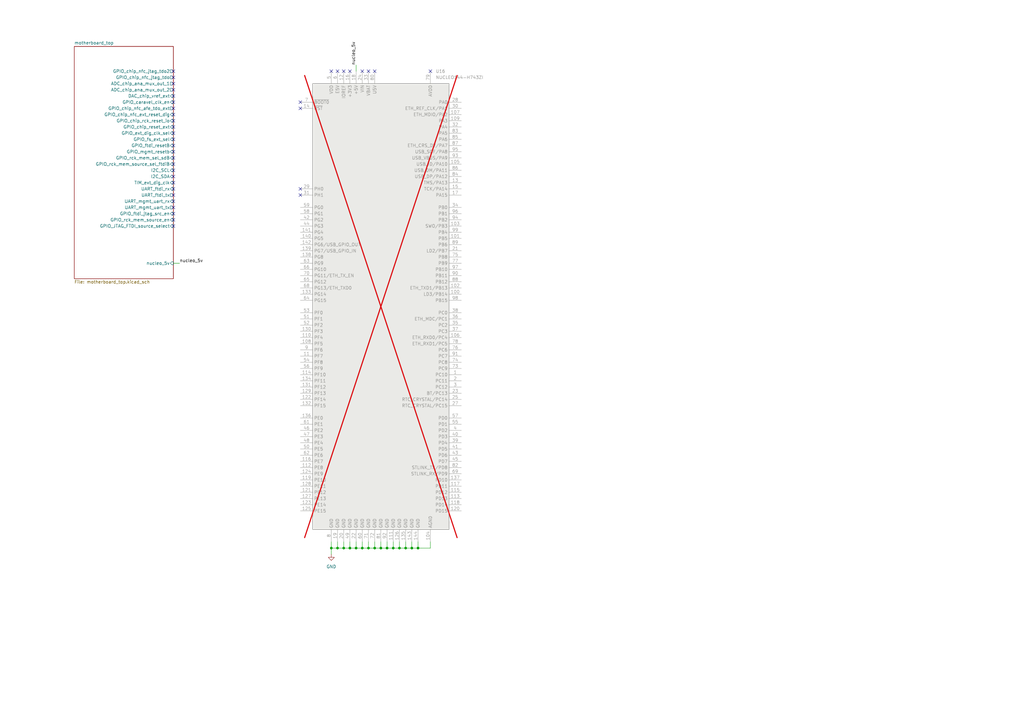
<source format=kicad_sch>
(kicad_sch (version 20250114) (generator "eeschema") (generator_version "9.0")
  (paper "A3")
  (lib_symbols
    (symbol "MCU_Module:NUCLEO144-H743ZI"
      (property "Reference" "U" (at -22.86 94.615 0))
      (property "Value" "NUCLEO144-H743ZI" (at -22.86 92.71 0))
      (symbol "NUCLEO144-H743ZI_0_1"
        (rectangle (start -27.94 -91.44) (end 27.94 91.44) (stroke (width 0.254)) (fill (type background)))
      )
      (symbol "NUCLEO144-H743ZI_1_1"
        (pin input line (at -33.02 83.82 0) (length 5.08) (name "~{BOOT0}") (number "7"))
        (pin input line (at -33.02 81.28 0) (length 5.08) (name "~{RST}") (number "14"))
        (pin bidirectional line (at -33.02 48.26 0) (length 5.08) (name "PH0") (number "29"))
        (pin bidirectional line (at -33.02 45.72 0) (length 5.08) (name "PH1") (number "31"))
        (pin bidirectional line (at -33.02 40.64 0) (length 5.08) (name "PG0") (number "59"))
        (pin bidirectional line (at -33.02 38.1 0) (length 5.08) (name "PG1") (number "58"))
        (pin bidirectional line (at -33.02 35.56 0) (length 5.08) (name "PG2") (number "42"))
        (pin bidirectional line (at -33.02 33.02 0) (length 5.08) (name "PG3") (number "44"))
        (pin bidirectional line (at -33.02 30.48 0) (length 5.08) (name "PG4") (number "141"))
        (pin bidirectional line (at -33.02 27.94 0) (length 5.08) (name "PG5") (number "140"))
        (pin bidirectional line (at -33.02 25.4 0) (length 5.08) (name "PG6/USB_GPIO_OUT") (number "142"))
        (pin bidirectional line (at -33.02 22.86 0) (length 5.08) (name "PG7/USB_GPIO_IN") (number "139"))
        (pin bidirectional line (at -33.02 20.32 0) (length 5.08) (name "PG8") (number "138"))
        (pin bidirectional line (at -33.02 17.78 0) (length 5.08) (name "PG9") (number "63"))
        (pin bidirectional line (at -33.02 15.24 0) (length 5.08) (name "PG10") (number "66"))
        (pin bidirectional line (at -33.02 12.7 0) (length 5.08) (name "PG11/ETH_TX_EN") (number "70"))
        (pin bidirectional line (at -33.02 10.16 0) (length 5.08) (name "PG12") (number "65"))
        (pin bidirectional line (at -33.02 7.62 0) (length 5.08) (name "PG13/ETH_TXD0") (number "68"))
        (pin bidirectional line (at -33.02 5.08 0) (length 5.08) (name "PG14") (number "133"))
        (pin bidirectional line (at -33.02 2.54 0) (length 5.08) (name "PG15") (number "64"))
        (pin bidirectional line (at -33.02 -2.54 0) (length 5.08) (name "PF0") (number "53"))
        (pin bidirectional line (at -33.02 -5.08 0) (length 5.08) (name "PF1") (number "51"))
        (pin bidirectional line (at -33.02 -7.62 0) (length 5.08) (name "PF2") (number "52"))
        (pin bidirectional line (at -33.02 -10.16 0) (length 5.08) (name "PF3") (number "130"))
        (pin bidirectional line (at -33.02 -12.7 0) (length 5.08) (name "PF4") (number "110"))
        (pin bidirectional line (at -33.02 -15.24 0) (length 5.08) (name "PF5") (number "108"))
        (pin bidirectional line (at -33.02 -17.78 0) (length 5.08) (name "PF6") (number "9"))
        (pin bidirectional line (at -33.02 -20.32 0) (length 5.08) (name "PF7") (number "11"))
        (pin bidirectional line (at -33.02 -22.86 0) (length 5.08) (name "PF8") (number "54"))
        (pin bidirectional line (at -33.02 -25.4 0) (length 5.08) (name "PF9") (number "56"))
        (pin bidirectional line (at -33.02 -27.94 0) (length 5.08) (name "PF10") (number "114"))
        (pin bidirectional line (at -33.02 -30.48 0) (length 5.08) (name "PF11") (number "134"))
        (pin bidirectional line (at -33.02 -33.02 0) (length 5.08) (name "PF12") (number "131"))
        (pin bidirectional line (at -33.02 -35.56 0) (length 5.08) (name "PF13") (number "129"))
        (pin bidirectional line (at -33.02 -38.1 0) (length 5.08) (name "PF14") (number "122"))
        (pin bidirectional line (at -33.02 -40.64 0) (length 5.08) (name "PF15") (number "132"))
        (pin bidirectional line (at -33.02 -45.72 0) (length 5.08) (name "PE0") (number "136"))
        (pin bidirectional line (at -33.02 -48.26 0) (length 5.08) (name "PE1") (number "61"))
        (pin bidirectional line (at -33.02 -50.8 0) (length 5.08) (name "PE2") (number "46"))
        (pin bidirectional line (at -33.02 -53.34 0) (length 5.08) (name "PE3") (number "47"))
        (pin bidirectional line (at -33.02 -55.88 0) (length 5.08) (name "PE4") (number "48"))
        (pin bidirectional line (at -33.02 -58.42 0) (length 5.08) (name "PE5") (number "50"))
        (pin bidirectional line (at -33.02 -60.96 0) (length 5.08) (name "PE6") (number "62"))
        (pin bidirectional line (at -33.02 -63.5 0) (length 5.08) (name "PE7") (number "116"))
        (pin bidirectional line (at -33.02 -66.04 0) (length 5.08) (name "PE8") (number "112"))
        (pin bidirectional line (at -33.02 -68.58 0) (length 5.08) (name "PE9") (number "124"))
        (pin bidirectional line (at -33.02 -71.12 0) (length 5.08) (name "PE10") (number "119"))
        (pin bidirectional line (at -33.02 -73.66 0) (length 5.08) (name "PE11") (number "128"))
        (pin bidirectional line (at -33.02 -76.2 0) (length 5.08) (name "PE12") (number "121"))
        (pin bidirectional line (at -33.02 -78.74 0) (length 5.08) (name "PE13") (number "127"))
        (pin bidirectional line (at -33.02 -81.28 0) (length 5.08) (name "PE14") (number "123"))
        (pin bidirectional line (at -33.02 -83.82 0) (length 5.08) (name "PE15") (number "125"))
        (pin no_connect line (at -27.94 58.42 0) (length 5.08) (hide yes) (name "NC") (number "26"))
        (pin no_connect line (at -27.94 55.88 0) (length 5.08) (hide yes) (name "NC") (number "10"))
        (pin no_connect line (at -27.94 53.34 0) (length 5.08) (hide yes) (name "NC") (number "67"))
        (pin power_in line (at -20.32 96.52 270) (length 5.08) (name "VDD") (number "5"))
        (pin power_in line (at -20.32 -96.52 90) (length 5.08) (name "GND") (number "8"))
        (pin power_in line (at -17.78 96.52 270) (length 5.08) (name "E5V") (number "6"))
        (pin power_in line (at -17.78 -96.52 90) (length 5.08) (name "GND") (number "19"))
        (pin power_in line (at -15.24 96.52 270) (length 5.08) (name "IOREF") (number "12"))
        (pin power_in line (at -15.24 -96.52 90) (length 5.08) (name "GND") (number "20"))
        (pin power_in line (at -12.7 96.52 270) (length 5.08) (name "+3V3") (number "16"))
        (pin power_in line (at -12.7 -96.52 90) (length 5.08) (name "GND") (number "49"))
        (pin power_in line (at -10.16 96.52 270) (length 5.08) (name "+5V") (number "18"))
        (pin power_in line (at -10.16 -96.52 90) (length 5.08) (name "GND") (number "22"))
        (pin power_in line (at -7.62 96.52 270) (length 5.08) (name "VIN") (number "24"))
        (pin power_in line (at -7.62 -96.52 90) (length 5.08) (name "GND") (number "60"))
        (pin power_in line (at -5.08 96.52 270) (length 5.08) (name "VBAT") (number "33"))
        (pin power_in line (at -5.08 -96.52 90) (length 5.08) (name "GND") (number "71"))
        (pin power_in line (at -2.54 96.52 270) (length 5.08) (name "U5V") (number "80"))
        (pin power_in line (at -2.54 -96.52 90) (length 5.08) (name "GND") (number "72"))
        (pin power_in line (at 0 -96.52 90) (length 5.08) (name "GND") (number "81"))
        (pin power_in line (at 2.54 -96.52 90) (length 5.08) (name "GND") (number "92"))
        (pin power_in line (at 5.08 -96.52 90) (length 5.08) (name "GND") (number "111"))
        (pin power_in line (at 7.62 -96.52 90) (length 5.08) (name "GND") (number "126"))
        (pin power_in line (at 10.16 -96.52 90) (length 5.08) (name "GND") (number "135"))
        (pin power_in line (at 12.7 -96.52 90) (length 5.08) (name "GND") (number "143"))
        (pin power_in line (at 15.24 -96.52 90) (length 5.08) (name "GND") (number "144"))
        (pin power_in line (at 20.32 96.52 270) (length 5.08) (name "AVDD") (number "79"))
        (pin power_in line (at 20.32 -96.52 90) (length 5.08) (name "AGND") (number "104"))
        (pin bidirectional line (at 33.02 83.82 180) (length 5.08) (name "PA0") (number "28"))
        (pin bidirectional line (at 33.02 81.28 180) (length 5.08) (name "ETH_REF_CLK/PA1") (number "30"))
        (pin bidirectional line (at 33.02 78.74 180) (length 5.08) (name "ETH_MDIO/PA2") (number "107"))
        (pin bidirectional line (at 33.02 76.2 180) (length 5.08) (name "PA3") (number "109"))
        (pin bidirectional line (at 33.02 73.66 180) (length 5.08) (name "PA4") (number "32"))
        (pin bidirectional line (at 33.02 71.12 180) (length 5.08) (name "PA5") (number "83"))
        (pin bidirectional line (at 33.02 68.58 180) (length 5.08) (name "PA6") (number "85"))
        (pin bidirectional line (at 33.02 66.04 180) (length 5.08) (name "ETH_CRS_DV/PA7") (number "87"))
        (pin bidirectional line (at 33.02 63.5 180) (length 5.08) (name "USB_SOF/PA8") (number "95"))
        (pin bidirectional line (at 33.02 60.96 180) (length 5.08) (name "USB_VBUS/PA9") (number "93"))
        (pin bidirectional line (at 33.02 58.42 180) (length 5.08) (name "USB_ID/PA10") (number "105"))
        (pin bidirectional line (at 33.02 55.88 180) (length 5.08) (name "USB_DM/PA11") (number "86"))
        (pin bidirectional line (at 33.02 53.34 180) (length 5.08) (name "USB_DP/PA12") (number "84"))
        (pin bidirectional line (at 33.02 50.8 180) (length 5.08) (name "TMS/PA13") (number "13"))
        (pin bidirectional line (at 33.02 48.26 180) (length 5.08) (name "TCK/PA14") (number "15"))
        (pin bidirectional line (at 33.02 45.72 180) (length 5.08) (name "PA15") (number "17"))
        (pin bidirectional line (at 33.02 40.64 180) (length 5.08) (name "PB0") (number "34"))
        (pin bidirectional line (at 33.02 38.1 180) (length 5.08) (name "PB1") (number "96"))
        (pin bidirectional line (at 33.02 35.56 180) (length 5.08) (name "PB2") (number "94"))
        (pin bidirectional line (at 33.02 33.02 180) (length 5.08) (name "SWO/PB3") (number "103"))
        (pin bidirectional line (at 33.02 30.48 180) (length 5.08) (name "PB4") (number "99"))
        (pin bidirectional line (at 33.02 27.94 180) (length 5.08) (name "PB5") (number "101"))
        (pin bidirectional line (at 33.02 25.4 180) (length 5.08) (name "PB6") (number "89"))
        (pin bidirectional line (at 33.02 22.86 180) (length 5.08) (name "LD2/PB7") (number "21"))
        (pin bidirectional line (at 33.02 20.32 180) (length 5.08) (name "PB8") (number "75"))
        (pin bidirectional line (at 33.02 17.78 180) (length 5.08) (name "PB9") (number "77"))
        (pin bidirectional line (at 33.02 15.24 180) (length 5.08) (name "PB10") (number "97"))
        (pin bidirectional line (at 33.02 12.7 180) (length 5.08) (name "PB11") (number "90"))
        (pin bidirectional line (at 33.02 10.16 180) (length 5.08) (name "PB12") (number "88"))
        (pin bidirectional line (at 33.02 7.62 180) (length 5.08) (name "ETH_TXD1/PB13") (number "102"))
        (pin bidirectional line (at 33.02 5.08 180) (length 5.08) (name "LD3/PB14") (number "100"))
        (pin bidirectional line (at 33.02 2.54 180) (length 5.08) (name "PB15") (number "98"))
        (pin bidirectional line (at 33.02 -2.54 180) (length 5.08) (name "PC0") (number "38"))
        (pin bidirectional line (at 33.02 -5.08 180) (length 5.08) (name "ETH_MDC/PC1") (number "36"))
        (pin bidirectional line (at 33.02 -7.62 180) (length 5.08) (name "PC2") (number "35"))
        (pin bidirectional line (at 33.02 -10.16 180) (length 5.08) (name "PC3") (number "37"))
        (pin bidirectional line (at 33.02 -12.7 180) (length 5.08) (name "ETH_RXD0/PC4") (number "106"))
        (pin bidirectional line (at 33.02 -15.24 180) (length 5.08) (name "ETH_RXD1/PC5") (number "78"))
        (pin bidirectional line (at 33.02 -17.78 180) (length 5.08) (name "PC6") (number "76"))
        (pin bidirectional line (at 33.02 -20.32 180) (length 5.08) (name "PC7") (number "91"))
        (pin bidirectional line (at 33.02 -22.86 180) (length 5.08) (name "PC8") (number "74"))
        (pin bidirectional line (at 33.02 -25.4 180) (length 5.08) (name "PC9") (number "73"))
        (pin bidirectional line (at 33.02 -27.94 180) (length 5.08) (name "PC10") (number "1"))
        (pin bidirectional line (at 33.02 -30.48 180) (length 5.08) (name "PC11") (number "2"))
        (pin bidirectional line (at 33.02 -33.02 180) (length 5.08) (name "PC12") (number "3"))
        (pin bidirectional line (at 33.02 -35.56 180) (length 5.08) (name "BT/PC13") (number "23"))
        (pin bidirectional line (at 33.02 -38.1 180) (length 5.08) (name "RTC_CRYSTAL/PC14") (number "25"))
        (pin bidirectional line (at 33.02 -40.64 180) (length 5.08) (name "RTC_CRYSTAL/PC15") (number "27"))
        (pin bidirectional line (at 33.02 -45.72 180) (length 5.08) (name "PD0") (number "57"))
        (pin bidirectional line (at 33.02 -48.26 180) (length 5.08) (name "PD1") (number "55"))
        (pin bidirectional line (at 33.02 -50.8 180) (length 5.08) (name "PD2") (number "4"))
        (pin bidirectional line (at 33.02 -53.34 180) (length 5.08) (name "PD3") (number "40"))
        (pin bidirectional line (at 33.02 -55.88 180) (length 5.08) (name "PD4") (number "39"))
        (pin bidirectional line (at 33.02 -58.42 180) (length 5.08) (name "PD5") (number "41"))
        (pin bidirectional line (at 33.02 -60.96 180) (length 5.08) (name "PD6") (number "43"))
        (pin bidirectional line (at 33.02 -63.5 180) (length 5.08) (name "PD7") (number "45"))
        (pin bidirectional line (at 33.02 -66.04 180) (length 5.08) (name "STLINK_TX/PD8") (number "82"))
        (pin bidirectional line (at 33.02 -68.58 180) (length 5.08) (name "STLINK_RX/PD9") (number "69"))
        (pin bidirectional line (at 33.02 -71.12 180) (length 5.08) (name "PD10") (number "137"))
        (pin bidirectional line (at 33.02 -73.66 180) (length 5.08) (name "PD11") (number "117"))
        (pin bidirectional line (at 33.02 -76.2 180) (length 5.08) (name "PD12") (number "115"))
        (pin bidirectional line (at 33.02 -78.74 180) (length 5.08) (name "PD13") (number "113"))
        (pin bidirectional line (at 33.02 -81.28 180) (length 5.08) (name "PD14") (number "118"))
        (pin bidirectional line (at 33.02 -83.82 180) (length 5.08) (name "PD15") (number "120"))
      )
    )
    (symbol "power:GND" (power) (pin_numbers (hide yes)) (pin_names (offset 0) (hide yes))
      (property "Value" "GND" (at 0 -3.81 0))
      (symbol "GND_0_1"
        (polyline (pts (xy 0 0) (xy 0 -1.27) (xy 1.27 -1.27) (xy 0 -2.54) (xy -1.27 -1.27) (xy 0 -1.27)))
      )
      (symbol "GND_1_1"
        (pin power_in line (at 0 0 270) (length 0) (name "~") (number "1"))
      )
    )
  )
  (junction (at 153.67 224.79))
  (junction (at 161.29 224.79))
  (junction (at 156.21 224.79))
  (junction (at 151.13 224.79))
  (junction (at 171.45 224.79))
  (junction (at 146.05 224.79))
  (junction (at 168.91 224.79))
  (junction (at 163.83 224.79))
  (junction (at 135.89 224.79))
  (junction (at 143.51 224.79))
  (junction (at 138.43 224.79))
  (junction (at 158.75 224.79))
  (junction (at 140.97 224.79))
  (junction (at 166.37 224.79))
  (junction (at 148.59 224.79))
  (no_connect (at 71.12 85.09))
  (no_connect (at 140.97 29.21))
  (no_connect (at 71.12 69.85))
  (no_connect (at 71.12 49.53))
  (no_connect (at 71.12 31.75))
  (no_connect (at 71.12 92.71))
  (no_connect (at 176.53 29.21))
  (no_connect (at 71.12 36.83))
  (no_connect (at 123.19 80.01))
  (no_connect (at 71.12 29.21))
  (no_connect (at 123.19 77.47))
  (no_connect (at 71.12 82.55))
  (no_connect (at 138.43 29.21))
  (no_connect (at 71.12 80.01))
  (no_connect (at 71.12 64.77))
  (no_connect (at 153.67 29.21))
  (no_connect (at 71.12 72.39))
  (no_connect (at 71.12 77.47))
  (no_connect (at 71.12 57.15))
  (no_connect (at 71.12 67.31))
  (no_connect (at 71.12 46.99))
  (no_connect (at 71.12 54.61))
  (no_connect (at 123.19 44.45))
  (no_connect (at 71.12 74.93))
  (no_connect (at 151.13 29.21))
  (no_connect (at 135.89 29.21))
  (no_connect (at 71.12 41.91))
  (no_connect (at 123.19 41.91))
  (no_connect (at 71.12 59.69))
  (no_connect (at 71.12 34.29))
  (no_connect (at 143.51 29.21))
  (no_connect (at 71.12 44.45))
  (no_connect (at 71.12 52.07))
  (no_connect (at 71.12 90.17))
  (no_connect (at 71.12 87.63))
  (no_connect (at 148.59 29.21))
  (no_connect (at 71.12 62.23))
  (no_connect (at 71.12 39.37))
  (wire (pts (xy 161.29 224.79) (xy 163.83 224.79)))
  (wire (pts (xy 158.75 224.79) (xy 161.29 224.79)))
  (wire (pts (xy 138.43 222.25) (xy 138.43 224.79)))
  (wire (pts (xy 156.21 222.25) (xy 156.21 224.79)))
  (wire (pts (xy 171.45 222.25) (xy 171.45 224.79)))
  (wire (pts (xy 135.89 224.79) (xy 138.43 224.79)))
  (wire (pts (xy 166.37 224.79) (xy 168.91 224.79)))
  (wire (pts (xy 171.45 224.79) (xy 176.53 224.79)))
  (wire (pts (xy 153.67 224.79) (xy 156.21 224.79)))
  (wire (pts (xy 168.91 222.25) (xy 168.91 224.79)))
  (wire (pts (xy 138.43 224.79) (xy 140.97 224.79)))
  (wire (pts (xy 146.05 224.79) (xy 148.59 224.79)))
  (wire (pts (xy 135.89 224.79) (xy 135.89 227.33)))
  (wire (pts (xy 140.97 224.79) (xy 143.51 224.79)))
  (wire (pts (xy 158.75 222.25) (xy 158.75 224.79)))
  (wire (pts (xy 153.67 222.25) (xy 153.67 224.79)))
  (wire (pts (xy 163.83 224.79) (xy 166.37 224.79)))
  (wire (pts (xy 166.37 222.25) (xy 166.37 224.79)))
  (wire (pts (xy 71.12 107.95) (xy 73.66 107.95)))
  (wire (pts (xy 161.29 222.25) (xy 161.29 224.79)))
  (wire (pts (xy 143.51 224.79) (xy 146.05 224.79)))
  (wire (pts (xy 146.05 26.67) (xy 146.05 29.21)))
  (wire (pts (xy 148.59 224.79) (xy 151.13 224.79)))
  (wire (pts (xy 156.21 224.79) (xy 158.75 224.79)))
  (wire (pts (xy 140.97 222.25) (xy 140.97 224.79)))
  (wire (pts (xy 176.53 224.79) (xy 176.53 222.25)))
  (wire (pts (xy 151.13 224.79) (xy 153.67 224.79)))
  (wire (pts (xy 135.89 222.25) (xy 135.89 224.79)))
  (wire (pts (xy 143.51 222.25) (xy 143.51 224.79)))
  (wire (pts (xy 163.83 222.25) (xy 163.83 224.79)))
  (wire (pts (xy 151.13 222.25) (xy 151.13 224.79)))
  (wire (pts (xy 148.59 222.25) (xy 148.59 224.79)))
  (wire (pts (xy 168.91 224.79) (xy 171.45 224.79)))
  (wire (pts (xy 146.05 222.25) (xy 146.05 224.79)))
  (label "nucleo_5v" (at 73.66 107.95 0))
  (label "nucleo_5v" (at 146.05 26.67 90))
  (symbol (lib_id "MCU_Module:NUCLEO144-H743ZI") (at 156.21 125.73 0) (unit 1) (dnp yes)
    (property "Reference" "U16" (at 178.6733 29.21 0) (effects (justify left)))
    (property "Value" "NUCLEO144-H743ZI" (at 178.6733 31.75 0) (effects (justify left)))
    (property "Footprint" "Module:ST_Morpho_Connector_144_STLink" (effects (hide yes)))
    (property "Datasheet" "https://www.st.com/resource/en/user_manual/dm00244518-stm32-nucleo144-boards-stmicroelectronics.pdf" (effects (hide yes)))
    (property "Description" "Nucleo 144 Development Board with STM32H743ZIT6 MCU, 1024kB RAM, 2Mb FLASH" (effects (hide yes)))
  )
  (symbol (lib_id "power:GND") (at 135.89 227.33 0) (unit 1)
    (property "Reference" "#PWR0157" (effects (hide yes)))
    (property "Value" "GND" (at 135.89 232.41 0))
    (property "Description" "Power symbol creates a global label with name \"GND\" , ground" (effects (hide yes)))
  )
  (sheet (at 30.48 19.05) (size 40.64 95.25) (stroke (width 0.1524))
    (property "Sheetname" "motherboard_top" (at 30.48 18.3384 0) (effects (justify left bottom)))
    (property "Sheetfile" "motherboard_top.kicad_sch" (at 30.48 114.8846 0) (effects (justify left top)))
    (pin "ADC_chip_ana_mux_out_1" output (at 71.12 34.29 0))
    (pin "ADC_chip_ana_mux_out_2" output (at 71.12 36.83 0))
    (pin "DAC_chip_vref_ext" input (at 71.12 39.37 0))
    (pin "GPIO_caravel_clk_en" input (at 71.12 41.91 0))
    (pin "GPIO_chip_nfc_afe_tdo_ext" output (at 71.12 44.45 0))
    (pin "GPIO_chip_nfc_ext_reset_dig" input (at 71.12 46.99 0))
    (pin "GPIO_chip_rck_reset_io" input (at 71.12 49.53 0))
    (pin "GPIO_chip_reset_ext" input (at 71.12 52.07 0))
    (pin "GPIO_ext_dig_clk_sel" input (at 71.12 54.61 0))
    (pin "GPIO_fs_ext_sel" input (at 71.12 57.15 0))
    (pin "GPIO_ftdi_resetB" input (at 71.12 59.69 0))
    (pin "GPIO_mgmt_resetb" input (at 71.12 62.23 0))
    (pin "GPIO_rck_mem_sel_sdB" input (at 71.12 64.77 0))
    (pin "GPIO_rck_mem_source_sel_ftdiB" input (at 71.12 67.31 0))
    (pin "I2C_SCL" input (at 71.12 69.85 0))
    (pin "I2C_SDA" bidirectional (at 71.12 72.39 0))
    (pin "TIM_ext_dig_clk" input (at 71.12 74.93 0))
    (pin "UART_ftdi_rx" input (at 71.12 77.47 0))
    (pin "UART_ftdi_tx" output (at 71.12 80.01 0))
    (pin "nucleo_5v" input (at 71.12 107.95 0))
    (pin "GPIO_chip_nfc_jtag_tdo" output (at 71.12 31.75 0))
    (pin "GPIO_chip_nfc_jtag_tdo2" output (at 71.12 29.21 0))
    (pin "UART_mgmt_uart_rx" input (at 71.12 82.55 0))
    (pin "UART_mgmt_uart_tx" output (at 71.12 85.09 0))
    (pin "GPIO_ftdi_jtag_src_en" input (at 71.12 87.63 0))
    (pin "GPIO_rck_mem_source_en" input (at 71.12 90.17 0))
    (pin "GPIO_JTAG_FTDI_source_select" input (at 71.12 92.71 0))
  )
)
</source>
